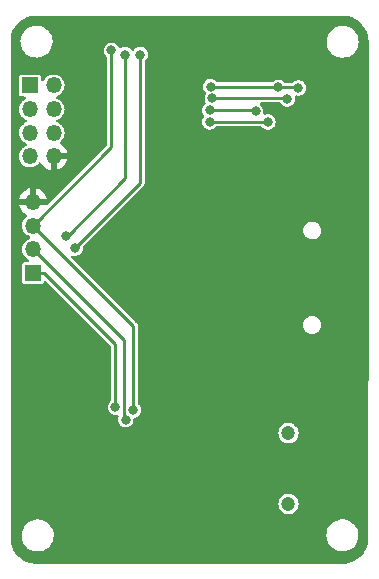
<source format=gbr>
%TF.GenerationSoftware,KiCad,Pcbnew,(6.0.0-rc1-323-gb9e66d8b98)*%
%TF.CreationDate,2021-12-29T00:01:45+08:00*%
%TF.ProjectId,AudioExtendBoard,41756469-6f45-4787-9465-6e64426f6172,rev?*%
%TF.SameCoordinates,Original*%
%TF.FileFunction,Copper,L2,Bot*%
%TF.FilePolarity,Positive*%
%FSLAX46Y46*%
G04 Gerber Fmt 4.6, Leading zero omitted, Abs format (unit mm)*
G04 Created by KiCad (PCBNEW (6.0.0-rc1-323-gb9e66d8b98)) date 2021-12-29 00:01:45*
%MOMM*%
%LPD*%
G01*
G04 APERTURE LIST*
%TA.AperFunction,WasherPad*%
%ADD10C,1.200000*%
%TD*%
%TA.AperFunction,ComponentPad*%
%ADD11R,1.350000X1.350000*%
%TD*%
%TA.AperFunction,ComponentPad*%
%ADD12O,1.350000X1.350000*%
%TD*%
%TA.AperFunction,ViaPad*%
%ADD13C,0.800000*%
%TD*%
%TA.AperFunction,ViaPad*%
%ADD14C,0.609600*%
%TD*%
%TA.AperFunction,Conductor*%
%ADD15C,0.250000*%
%TD*%
G04 APERTURE END LIST*
D10*
%TO.P,PHONE1,*%
%TO.N,*%
X188628500Y-114947500D03*
X188628500Y-120947500D03*
%TD*%
D11*
%TO.P,J2,1,Pin_1*%
%TO.N,/SD_MISO*%
X166740000Y-85520000D03*
D12*
%TO.P,J2,2,Pin_2*%
%TO.N,/SD_DET*%
X168740000Y-85520000D03*
%TO.P,J2,3,Pin_3*%
%TO.N,/SD_CLK*%
X166740000Y-87520000D03*
%TO.P,J2,4,Pin_4*%
%TO.N,/SD_MOSI*%
X168740000Y-87520000D03*
%TO.P,J2,5,Pin_5*%
%TO.N,+3.3VA*%
X166740000Y-89520000D03*
%TO.P,J2,6,Pin_6*%
%TO.N,/SD_CS*%
X168740000Y-89520000D03*
%TO.P,J2,7,Pin_7*%
%TO.N,unconnected-(J2-Pad7)*%
X166740000Y-91520000D03*
%TO.P,J2,8,Pin_8*%
%TO.N,GND*%
X168740000Y-91520000D03*
%TD*%
D11*
%TO.P,J3,1,Pin_1*%
%TO.N,/I2S_LCK*%
X167010000Y-101380000D03*
D12*
%TO.P,J3,2,Pin_2*%
%TO.N,/I2S_DIN*%
X167010000Y-99380000D03*
%TO.P,J3,3,Pin_3*%
%TO.N,/I2S_BCK*%
X167010000Y-97380000D03*
%TO.P,J3,4,Pin_4*%
%TO.N,GND*%
X167010000Y-95380000D03*
%TD*%
D13*
%TO.N,GND*%
X193370000Y-91080000D03*
D14*
X191262000Y-119380000D03*
X169164000Y-109982000D03*
D13*
X171701456Y-113084945D03*
D14*
X166370000Y-109728000D03*
X172974000Y-100330000D03*
X186944000Y-104902000D03*
D13*
X191370000Y-91080000D03*
D14*
X178308000Y-110236000D03*
D13*
X178940000Y-93940000D03*
X171200000Y-125100000D03*
D14*
X193802000Y-84836000D03*
X178308000Y-111506000D03*
X175490000Y-121390000D03*
D13*
X169040000Y-107850000D03*
D14*
X179578000Y-111506000D03*
X178054000Y-117602000D03*
D13*
X191980000Y-99940000D03*
X177690000Y-91770000D03*
X173200000Y-125100000D03*
D14*
X169164000Y-111506000D03*
X169418000Y-117602000D03*
X166370000Y-105664000D03*
X187198000Y-123698000D03*
X176210000Y-121740000D03*
D13*
X193980000Y-97940000D03*
X191980000Y-103940000D03*
X179690000Y-89770000D03*
D14*
X189738000Y-123698000D03*
X176784000Y-107188000D03*
X173290000Y-121340000D03*
X166370000Y-107696000D03*
D13*
X190280000Y-88990000D03*
X171890000Y-115680000D03*
X191980000Y-101940000D03*
X191980000Y-97940000D03*
X177690000Y-89770000D03*
X179690000Y-91770000D03*
X166360000Y-115990000D03*
D14*
X170180000Y-82296000D03*
D13*
X181820000Y-104060000D03*
D14*
X186944000Y-108458000D03*
D13*
X194280000Y-88990000D03*
D14*
X175990000Y-124180000D03*
X177080000Y-124240000D03*
D13*
X193980000Y-101940000D03*
X193980000Y-103940000D03*
X169200000Y-125100000D03*
D14*
X188468000Y-123698000D03*
X176530000Y-114554000D03*
D13*
X192280000Y-88990000D03*
D14*
X169164000Y-113030000D03*
D13*
X181690000Y-91770000D03*
D14*
X172974000Y-101854000D03*
X179578000Y-110236000D03*
D13*
X166360000Y-113990000D03*
D14*
X193802000Y-119380000D03*
X174930000Y-123800000D03*
X173250000Y-120380000D03*
D13*
X181690000Y-89770000D03*
X166360000Y-117990000D03*
D14*
X193802000Y-86360000D03*
X173530000Y-122350000D03*
D13*
X193980000Y-99940000D03*
D14*
X177220000Y-121800000D03*
X172974000Y-98552000D03*
X175300000Y-120440000D03*
X186944000Y-106680000D03*
X170180000Y-80772000D03*
X192532000Y-119380000D03*
X174130000Y-123230000D03*
D13*
X182020000Y-82490000D03*
%TO.N,/SD_MOSI*%
X181990111Y-87600490D03*
X185840000Y-87720000D03*
%TO.N,/SD_CLK*%
X186880000Y-88600000D03*
X181950000Y-88600000D03*
%TO.N,/SD_MISO*%
X189480000Y-85720000D03*
X187760000Y-85670000D03*
X182050000Y-85630000D03*
%TO.N,/SD_DET*%
X188520000Y-86650000D03*
X182185511Y-86620274D03*
%TO.N,/I2S_LCK*%
X170590000Y-99270000D03*
X173980831Y-112762381D03*
X176080000Y-82900000D03*
%TO.N,/I2S_DIN*%
X169770000Y-98240000D03*
X174800000Y-82910000D03*
X174850000Y-113800000D03*
%TO.N,/I2S_BCK*%
X175500000Y-113000000D03*
X173640000Y-82550000D03*
%TD*%
D15*
%TO.N,/I2S_BCK*%
X175500000Y-105870000D02*
X175500000Y-113000000D01*
X167010000Y-97380000D02*
X175500000Y-105870000D01*
%TO.N,/I2S_DIN*%
X174705332Y-113655332D02*
X174850000Y-113800000D01*
X167010000Y-99380000D02*
X174705332Y-107075332D01*
X174705332Y-107075332D02*
X174705332Y-113655332D01*
%TO.N,/I2S_LCK*%
X167935000Y-101380000D02*
X173980831Y-107425831D01*
X173980831Y-107425831D02*
X173980831Y-112762381D01*
X167010000Y-101380000D02*
X167935000Y-101380000D01*
%TO.N,/SD_MOSI*%
X185720490Y-87600490D02*
X185840000Y-87720000D01*
X181990111Y-87600490D02*
X185720490Y-87600490D01*
%TO.N,/SD_CLK*%
X181950000Y-88600000D02*
X186880000Y-88600000D01*
%TO.N,/SD_MISO*%
X182050000Y-85630000D02*
X187720000Y-85630000D01*
X187760000Y-85670000D02*
X189430000Y-85670000D01*
X187720000Y-85630000D02*
X187760000Y-85670000D01*
X189430000Y-85670000D02*
X189480000Y-85720000D01*
%TO.N,/SD_DET*%
X182225785Y-86580000D02*
X188450000Y-86580000D01*
X188590000Y-86580000D02*
X188520000Y-86650000D01*
X188450000Y-86580000D02*
X188520000Y-86650000D01*
X182185511Y-86620274D02*
X182225785Y-86580000D01*
%TO.N,/I2S_LCK*%
X176080000Y-93780000D02*
X170590000Y-99270000D01*
X176080000Y-82900000D02*
X176080000Y-93780000D01*
%TO.N,/I2S_DIN*%
X174800000Y-82910000D02*
X174800000Y-93370000D01*
X169930000Y-98240000D02*
X169770000Y-98240000D01*
X174800000Y-93370000D02*
X169930000Y-98240000D01*
%TO.N,/I2S_BCK*%
X173640000Y-90750000D02*
X167010000Y-97380000D01*
X173640000Y-82550000D02*
X173640000Y-90750000D01*
%TD*%
%TA.AperFunction,Conductor*%
%TO.N,GND*%
G36*
X182339360Y-79600316D02*
G01*
X193174900Y-79602745D01*
X193199446Y-79605165D01*
X193212335Y-79607729D01*
X193224507Y-79605308D01*
X193236915Y-79605308D01*
X193236915Y-79605640D01*
X193247751Y-79604904D01*
X193377012Y-79612755D01*
X193471336Y-79618484D01*
X193486501Y-79620333D01*
X193734172Y-79665911D01*
X193748995Y-79669580D01*
X193989324Y-79744796D01*
X194003596Y-79750232D01*
X194212527Y-79844700D01*
X194233064Y-79853986D01*
X194246576Y-79861112D01*
X194297405Y-79891994D01*
X194461793Y-79991872D01*
X194474345Y-80000582D01*
X194672155Y-80156428D01*
X194683560Y-80166593D01*
X194861054Y-80345235D01*
X194871143Y-80356704D01*
X195024052Y-80553378D01*
X195025710Y-80555511D01*
X195034336Y-80568114D01*
X195152684Y-80765764D01*
X195163705Y-80784170D01*
X195170745Y-80797729D01*
X195267618Y-81015708D01*
X195273018Y-81027860D01*
X195278362Y-81042165D01*
X195346022Y-81263340D01*
X195352028Y-81282973D01*
X195355603Y-81297823D01*
X195398634Y-81540433D01*
X195399584Y-81545788D01*
X195401335Y-81560963D01*
X195412507Y-81766805D01*
X195413474Y-81784631D01*
X195412668Y-81795461D01*
X195413000Y-81795463D01*
X195412920Y-81807873D01*
X195410420Y-81820028D01*
X195413118Y-81834062D01*
X195415382Y-81857873D01*
X195411231Y-97580592D01*
X195404316Y-123771363D01*
X195401896Y-123795904D01*
X195399331Y-123808802D01*
X195401752Y-123820974D01*
X195401752Y-123833382D01*
X195401420Y-123833382D01*
X195402156Y-123844218D01*
X195388576Y-124067803D01*
X195386727Y-124082968D01*
X195345756Y-124305609D01*
X195341150Y-124330636D01*
X195337480Y-124345462D01*
X195262519Y-124584975D01*
X195262265Y-124585788D01*
X195256828Y-124600063D01*
X195153466Y-124828665D01*
X195153074Y-124829531D01*
X195145948Y-124843043D01*
X195122583Y-124881499D01*
X195015188Y-125058260D01*
X195006478Y-125070812D01*
X194850632Y-125268622D01*
X194840467Y-125280027D01*
X194661825Y-125457521D01*
X194650356Y-125467610D01*
X194451544Y-125622180D01*
X194438946Y-125630803D01*
X194288576Y-125720841D01*
X194222890Y-125760172D01*
X194209331Y-125767212D01*
X193979194Y-125869487D01*
X193964895Y-125874829D01*
X193724084Y-125948496D01*
X193709237Y-125952070D01*
X193461270Y-125996051D01*
X193446097Y-125997802D01*
X193222427Y-126009941D01*
X193211599Y-126009135D01*
X193211597Y-126009467D01*
X193199187Y-126009387D01*
X193187032Y-126006887D01*
X193174849Y-126009229D01*
X193174846Y-126009229D01*
X193172964Y-126009591D01*
X193149170Y-126011856D01*
X179160651Y-126010896D01*
X167338634Y-126010085D01*
X167314064Y-126007664D01*
X167301204Y-126005106D01*
X167289032Y-126007527D01*
X167276624Y-126007527D01*
X167276624Y-126007195D01*
X167265788Y-126007931D01*
X167042203Y-125994351D01*
X167027038Y-125992502D01*
X167001459Y-125987795D01*
X166779367Y-125946924D01*
X166764544Y-125943255D01*
X166524215Y-125868039D01*
X166509941Y-125862602D01*
X166280475Y-125758849D01*
X166266961Y-125751722D01*
X166051746Y-125620963D01*
X166039194Y-125612253D01*
X165841384Y-125456407D01*
X165829979Y-125446242D01*
X165659472Y-125274632D01*
X165652484Y-125267599D01*
X165642394Y-125256129D01*
X165498316Y-125070812D01*
X165487826Y-125057319D01*
X165479200Y-125044716D01*
X165437969Y-124975856D01*
X165349834Y-124828665D01*
X165342794Y-124815106D01*
X165304275Y-124728432D01*
X165240519Y-124584969D01*
X165235175Y-124570664D01*
X165213365Y-124499366D01*
X165161510Y-124329859D01*
X165157935Y-124315008D01*
X165123162Y-124118953D01*
X165113955Y-124067045D01*
X165112204Y-124051870D01*
X165100065Y-123828202D01*
X165100871Y-123817374D01*
X165100539Y-123817372D01*
X165100619Y-123804962D01*
X165103119Y-123792807D01*
X165100412Y-123778723D01*
X165098148Y-123754948D01*
X165098143Y-123585609D01*
X166039942Y-123585609D01*
X166040239Y-123590761D01*
X166040239Y-123590765D01*
X166041663Y-123615450D01*
X166041856Y-123618804D01*
X166052758Y-123807890D01*
X166053895Y-123812936D01*
X166053896Y-123812942D01*
X166075964Y-123910864D01*
X166101707Y-124025093D01*
X166103649Y-124029875D01*
X166103650Y-124029879D01*
X166141704Y-124123595D01*
X166185473Y-124231384D01*
X166301807Y-124421224D01*
X166447585Y-124589515D01*
X166451560Y-124592815D01*
X166451563Y-124592818D01*
X166508320Y-124639938D01*
X166618892Y-124731737D01*
X166811127Y-124844070D01*
X166815947Y-124845910D01*
X166815952Y-124845913D01*
X166918991Y-124885259D01*
X167019128Y-124923497D01*
X167024196Y-124924528D01*
X167024199Y-124924529D01*
X167131049Y-124946268D01*
X167237308Y-124967887D01*
X167242481Y-124968077D01*
X167242484Y-124968077D01*
X167454644Y-124975856D01*
X167454648Y-124975856D01*
X167459808Y-124976045D01*
X167464928Y-124975389D01*
X167464930Y-124975389D01*
X167562342Y-124962910D01*
X167680653Y-124947754D01*
X167685602Y-124946269D01*
X167685608Y-124946268D01*
X167810808Y-124908706D01*
X167893912Y-124883774D01*
X168093858Y-124785821D01*
X168098062Y-124782823D01*
X168098066Y-124782820D01*
X168187831Y-124718791D01*
X168275121Y-124656528D01*
X168432832Y-124499366D01*
X168562758Y-124318555D01*
X168661408Y-124118953D01*
X168726132Y-123905918D01*
X168755194Y-123685173D01*
X168755429Y-123675545D01*
X168756734Y-123622169D01*
X168756734Y-123622165D01*
X168756816Y-123618804D01*
X168753023Y-123572663D01*
X191842968Y-123572663D01*
X191844882Y-123605858D01*
X191855784Y-123794944D01*
X191856921Y-123799990D01*
X191856922Y-123799996D01*
X191878990Y-123897918D01*
X191904733Y-124012147D01*
X191906675Y-124016929D01*
X191906676Y-124016933D01*
X191948102Y-124118953D01*
X191988499Y-124218438D01*
X192104833Y-124408278D01*
X192250611Y-124576569D01*
X192254586Y-124579869D01*
X192254589Y-124579872D01*
X192270183Y-124592818D01*
X192421918Y-124718791D01*
X192614153Y-124831124D01*
X192618973Y-124832964D01*
X192618978Y-124832967D01*
X192752031Y-124883774D01*
X192822154Y-124910551D01*
X192827222Y-124911582D01*
X192827225Y-124911583D01*
X192934075Y-124933322D01*
X193040334Y-124954941D01*
X193045507Y-124955131D01*
X193045510Y-124955131D01*
X193257670Y-124962910D01*
X193257674Y-124962910D01*
X193262834Y-124963099D01*
X193267954Y-124962443D01*
X193267956Y-124962443D01*
X193377491Y-124948411D01*
X193483679Y-124934808D01*
X193488628Y-124933323D01*
X193488634Y-124933322D01*
X193661369Y-124881499D01*
X193696938Y-124870828D01*
X193896884Y-124772875D01*
X193901088Y-124769877D01*
X193901092Y-124769874D01*
X193986190Y-124709174D01*
X194078147Y-124643582D01*
X194235858Y-124486420D01*
X194365784Y-124305609D01*
X194418371Y-124199208D01*
X194462140Y-124110649D01*
X194462141Y-124110647D01*
X194464434Y-124106007D01*
X194529158Y-123892972D01*
X194558220Y-123672227D01*
X194558302Y-123668877D01*
X194559760Y-123609223D01*
X194559760Y-123609219D01*
X194559842Y-123605858D01*
X194543086Y-123402054D01*
X194542022Y-123389108D01*
X194542021Y-123389102D01*
X194541598Y-123383957D01*
X194487358Y-123168015D01*
X194398576Y-122963832D01*
X194277638Y-122776890D01*
X194265713Y-122763784D01*
X194131270Y-122616034D01*
X194131268Y-122616033D01*
X194127792Y-122612212D01*
X194123741Y-122609013D01*
X194123737Y-122609009D01*
X193957120Y-122477423D01*
X193953062Y-122474218D01*
X193758140Y-122366615D01*
X193644485Y-122326368D01*
X193553136Y-122294019D01*
X193553132Y-122294018D01*
X193548261Y-122292293D01*
X193543168Y-122291386D01*
X193543165Y-122291385D01*
X193334150Y-122254154D01*
X193334144Y-122254153D01*
X193329061Y-122253248D01*
X193255174Y-122252345D01*
X193111598Y-122250591D01*
X193111596Y-122250591D01*
X193106428Y-122250528D01*
X192886340Y-122284206D01*
X192674708Y-122353378D01*
X192670120Y-122355766D01*
X192670116Y-122355768D01*
X192481804Y-122453797D01*
X192477215Y-122456186D01*
X192473082Y-122459289D01*
X192473079Y-122459291D01*
X192303300Y-122586765D01*
X192299165Y-122589870D01*
X192145340Y-122750838D01*
X192142426Y-122755110D01*
X192142425Y-122755111D01*
X192022790Y-122930489D01*
X192022787Y-122930494D01*
X192019871Y-122934769D01*
X191926128Y-123136722D01*
X191866627Y-123351274D01*
X191866078Y-123356408D01*
X191866078Y-123356410D01*
X191864695Y-123369356D01*
X191842968Y-123572663D01*
X168753023Y-123572663D01*
X168742355Y-123442911D01*
X168738996Y-123402054D01*
X168738995Y-123402048D01*
X168738572Y-123396903D01*
X168684332Y-123180961D01*
X168595550Y-122976778D01*
X168474612Y-122789836D01*
X168450907Y-122763784D01*
X168328244Y-122628980D01*
X168328242Y-122628979D01*
X168324766Y-122625158D01*
X168320715Y-122621959D01*
X168320711Y-122621955D01*
X168154094Y-122490369D01*
X168150036Y-122487164D01*
X167955114Y-122379561D01*
X167841459Y-122339314D01*
X167750110Y-122306965D01*
X167750106Y-122306964D01*
X167745235Y-122305239D01*
X167740142Y-122304332D01*
X167740139Y-122304331D01*
X167531124Y-122267100D01*
X167531118Y-122267099D01*
X167526035Y-122266194D01*
X167452148Y-122265291D01*
X167308572Y-122263537D01*
X167308570Y-122263537D01*
X167303402Y-122263474D01*
X167083314Y-122297152D01*
X166871682Y-122366324D01*
X166867094Y-122368712D01*
X166867090Y-122368714D01*
X166703647Y-122453797D01*
X166674189Y-122469132D01*
X166670056Y-122472235D01*
X166670053Y-122472237D01*
X166500274Y-122599711D01*
X166496139Y-122602816D01*
X166471136Y-122628980D01*
X166354686Y-122750838D01*
X166342314Y-122763784D01*
X166339400Y-122768056D01*
X166339399Y-122768057D01*
X166219764Y-122943435D01*
X166219761Y-122943440D01*
X166216845Y-122947715D01*
X166203179Y-122977157D01*
X166131291Y-123132027D01*
X166123102Y-123149668D01*
X166063601Y-123364220D01*
X166039942Y-123585609D01*
X165098143Y-123585609D01*
X165098065Y-120947500D01*
X187769293Y-120947500D01*
X187788069Y-121126139D01*
X187843575Y-121296971D01*
X187933387Y-121452529D01*
X188053578Y-121586015D01*
X188198896Y-121691595D01*
X188204924Y-121694279D01*
X188204926Y-121694280D01*
X188356959Y-121761969D01*
X188362990Y-121764654D01*
X188450839Y-121783327D01*
X188532231Y-121800628D01*
X188532236Y-121800628D01*
X188538688Y-121802000D01*
X188718312Y-121802000D01*
X188724764Y-121800628D01*
X188724769Y-121800628D01*
X188806161Y-121783327D01*
X188894010Y-121764654D01*
X188900041Y-121761969D01*
X189052074Y-121694280D01*
X189052076Y-121694279D01*
X189058104Y-121691595D01*
X189203422Y-121586015D01*
X189323613Y-121452529D01*
X189413425Y-121296971D01*
X189468931Y-121126139D01*
X189487707Y-120947500D01*
X189468931Y-120768861D01*
X189413425Y-120598029D01*
X189323613Y-120442471D01*
X189203422Y-120308985D01*
X189058104Y-120203405D01*
X189052076Y-120200721D01*
X189052074Y-120200720D01*
X188900041Y-120133031D01*
X188900040Y-120133031D01*
X188894010Y-120130346D01*
X188806161Y-120111673D01*
X188724769Y-120094372D01*
X188724764Y-120094372D01*
X188718312Y-120093000D01*
X188538688Y-120093000D01*
X188532236Y-120094372D01*
X188532231Y-120094372D01*
X188450839Y-120111673D01*
X188362990Y-120130346D01*
X188356960Y-120133031D01*
X188356959Y-120133031D01*
X188204927Y-120200720D01*
X188204925Y-120200721D01*
X188198897Y-120203405D01*
X188193556Y-120207285D01*
X188193555Y-120207286D01*
X188058922Y-120305102D01*
X188058920Y-120305104D01*
X188053578Y-120308985D01*
X187933387Y-120442471D01*
X187843575Y-120598029D01*
X187788069Y-120768861D01*
X187769293Y-120947500D01*
X165098065Y-120947500D01*
X165097886Y-114947500D01*
X187769293Y-114947500D01*
X187788069Y-115126139D01*
X187843575Y-115296971D01*
X187933387Y-115452529D01*
X188053578Y-115586015D01*
X188198896Y-115691595D01*
X188204924Y-115694279D01*
X188204926Y-115694280D01*
X188356959Y-115761969D01*
X188362990Y-115764654D01*
X188450839Y-115783327D01*
X188532231Y-115800628D01*
X188532236Y-115800628D01*
X188538688Y-115802000D01*
X188718312Y-115802000D01*
X188724764Y-115800628D01*
X188724769Y-115800628D01*
X188806161Y-115783327D01*
X188894010Y-115764654D01*
X188900041Y-115761969D01*
X189052074Y-115694280D01*
X189052076Y-115694279D01*
X189058104Y-115691595D01*
X189203422Y-115586015D01*
X189323613Y-115452529D01*
X189413425Y-115296971D01*
X189468931Y-115126139D01*
X189487707Y-114947500D01*
X189468931Y-114768861D01*
X189413425Y-114598029D01*
X189323613Y-114442471D01*
X189305203Y-114422024D01*
X189207844Y-114313896D01*
X189207843Y-114313895D01*
X189203422Y-114308985D01*
X189123894Y-114251204D01*
X189063446Y-114207286D01*
X189063445Y-114207285D01*
X189058104Y-114203405D01*
X189052076Y-114200721D01*
X189052074Y-114200720D01*
X188900041Y-114133031D01*
X188900040Y-114133031D01*
X188894010Y-114130346D01*
X188800977Y-114110571D01*
X188724769Y-114094372D01*
X188724764Y-114094372D01*
X188718312Y-114093000D01*
X188538688Y-114093000D01*
X188532236Y-114094372D01*
X188532231Y-114094372D01*
X188456023Y-114110571D01*
X188362990Y-114130346D01*
X188356960Y-114133031D01*
X188356959Y-114133031D01*
X188204927Y-114200720D01*
X188204925Y-114200721D01*
X188198897Y-114203405D01*
X188193556Y-114207285D01*
X188193555Y-114207286D01*
X188058922Y-114305102D01*
X188058920Y-114305104D01*
X188053578Y-114308985D01*
X188049157Y-114313895D01*
X188049156Y-114313896D01*
X187951798Y-114422024D01*
X187933387Y-114442471D01*
X187843575Y-114598029D01*
X187788069Y-114768861D01*
X187769293Y-114947500D01*
X165097886Y-114947500D01*
X165097534Y-103155062D01*
X165097310Y-95646962D01*
X165857158Y-95646962D01*
X165888656Y-95770985D01*
X165892497Y-95781832D01*
X165978685Y-95968789D01*
X165984436Y-95978750D01*
X166103254Y-96146873D01*
X166110720Y-96155615D01*
X166258191Y-96299275D01*
X166267124Y-96306509D01*
X166438299Y-96420884D01*
X166440474Y-96422065D01*
X166441307Y-96422894D01*
X166443103Y-96424094D01*
X166442867Y-96424447D01*
X166490796Y-96472148D01*
X166506052Y-96541486D01*
X166481399Y-96608065D01*
X166454413Y-96634732D01*
X166384617Y-96685442D01*
X166253877Y-96830644D01*
X166250576Y-96836362D01*
X166160243Y-96992823D01*
X166156182Y-96999856D01*
X166095804Y-97185682D01*
X166095114Y-97192245D01*
X166095114Y-97192246D01*
X166081473Y-97322033D01*
X166075380Y-97380000D01*
X166095804Y-97574318D01*
X166097843Y-97580592D01*
X166097844Y-97580597D01*
X166110735Y-97620271D01*
X166156182Y-97760144D01*
X166159485Y-97765866D01*
X166159486Y-97765867D01*
X166189123Y-97817200D01*
X166253877Y-97929356D01*
X166384617Y-98074558D01*
X166389959Y-98078439D01*
X166389961Y-98078441D01*
X166486988Y-98148935D01*
X166542690Y-98189405D01*
X166548719Y-98192089D01*
X166548722Y-98192091D01*
X166712241Y-98264893D01*
X166766337Y-98310873D01*
X166786987Y-98378800D01*
X166767635Y-98447108D01*
X166712241Y-98495107D01*
X166548722Y-98567909D01*
X166548719Y-98567911D01*
X166542690Y-98570595D01*
X166537349Y-98574475D01*
X166537348Y-98574476D01*
X166430587Y-98652043D01*
X166384617Y-98685442D01*
X166253877Y-98830644D01*
X166156182Y-98999856D01*
X166095804Y-99185682D01*
X166095114Y-99192245D01*
X166095114Y-99192246D01*
X166088459Y-99255565D01*
X166075380Y-99380000D01*
X166095804Y-99574318D01*
X166156182Y-99760144D01*
X166159485Y-99765866D01*
X166159486Y-99765867D01*
X166183476Y-99807419D01*
X166253877Y-99929356D01*
X166258295Y-99934263D01*
X166258296Y-99934264D01*
X166380195Y-100069647D01*
X166384617Y-100074558D01*
X166542690Y-100189405D01*
X166587587Y-100209394D01*
X166641683Y-100255374D01*
X166662332Y-100323302D01*
X166642980Y-100391610D01*
X166589769Y-100438611D01*
X166536339Y-100450501D01*
X166309934Y-100450501D01*
X166274182Y-100457612D01*
X166247874Y-100462844D01*
X166247872Y-100462845D01*
X166235699Y-100465266D01*
X166225379Y-100472161D01*
X166225378Y-100472162D01*
X166164985Y-100512516D01*
X166151516Y-100521516D01*
X166095266Y-100605699D01*
X166080500Y-100679933D01*
X166080501Y-102080066D01*
X166095266Y-102154301D01*
X166151516Y-102238484D01*
X166235699Y-102294734D01*
X166309933Y-102309500D01*
X167009886Y-102309500D01*
X167710066Y-102309499D01*
X167745818Y-102302388D01*
X167772126Y-102297156D01*
X167772128Y-102297155D01*
X167784301Y-102294734D01*
X167794621Y-102287839D01*
X167794622Y-102287838D01*
X167858168Y-102245377D01*
X167868484Y-102238484D01*
X167924734Y-102154301D01*
X167925966Y-102148107D01*
X167967867Y-102096111D01*
X168035231Y-102073691D01*
X168104022Y-102091250D01*
X168128822Y-102110516D01*
X173564426Y-107546120D01*
X173598452Y-107608432D01*
X173601331Y-107635215D01*
X173601331Y-112167568D01*
X173581329Y-112235689D01*
X173558161Y-112262516D01*
X173490870Y-112321219D01*
X173399781Y-112450825D01*
X173342237Y-112598418D01*
X173341245Y-112605951D01*
X173341245Y-112605952D01*
X173328647Y-112701649D01*
X173321560Y-112755477D01*
X173338944Y-112912934D01*
X173393384Y-113061700D01*
X173481739Y-113193186D01*
X173598907Y-113299800D01*
X173738124Y-113375389D01*
X173891353Y-113415588D01*
X173975308Y-113416907D01*
X174042150Y-113417957D01*
X174042153Y-113417957D01*
X174049747Y-113418076D01*
X174088602Y-113409177D01*
X174159468Y-113413466D01*
X174216766Y-113455388D01*
X174242304Y-113521632D01*
X174234124Y-113577766D01*
X174214167Y-113628954D01*
X174214166Y-113628958D01*
X174211406Y-113636037D01*
X174210414Y-113643570D01*
X174210414Y-113643571D01*
X174191729Y-113785503D01*
X174190729Y-113793096D01*
X174208113Y-113950553D01*
X174262553Y-114099319D01*
X174266789Y-114105622D01*
X174266789Y-114105623D01*
X174285207Y-114133031D01*
X174350908Y-114230805D01*
X174356527Y-114235918D01*
X174356528Y-114235919D01*
X174367903Y-114246269D01*
X174468076Y-114337419D01*
X174607293Y-114413008D01*
X174760522Y-114453207D01*
X174844477Y-114454526D01*
X174911319Y-114455576D01*
X174911322Y-114455576D01*
X174918916Y-114455695D01*
X175073332Y-114420329D01*
X175143742Y-114384917D01*
X175208072Y-114352563D01*
X175208075Y-114352561D01*
X175214855Y-114349151D01*
X175220626Y-114344222D01*
X175220629Y-114344220D01*
X175329536Y-114251204D01*
X175329536Y-114251203D01*
X175335314Y-114246269D01*
X175427755Y-114117624D01*
X175486842Y-113970641D01*
X175509162Y-113813807D01*
X175509307Y-113800000D01*
X175507552Y-113785500D01*
X175519224Y-113715472D01*
X175566904Y-113662869D01*
X175604510Y-113647543D01*
X175715927Y-113622025D01*
X175723332Y-113620329D01*
X175807960Y-113577766D01*
X175858072Y-113552563D01*
X175858075Y-113552561D01*
X175864855Y-113549151D01*
X175870626Y-113544222D01*
X175870629Y-113544220D01*
X175979536Y-113451204D01*
X175979536Y-113451203D01*
X175985314Y-113446269D01*
X176077755Y-113317624D01*
X176136842Y-113170641D01*
X176159162Y-113013807D01*
X176159307Y-113000000D01*
X176140276Y-112842733D01*
X176084280Y-112694546D01*
X176023391Y-112605952D01*
X175998855Y-112570251D01*
X175998854Y-112570249D01*
X175994553Y-112563992D01*
X175921681Y-112499065D01*
X175884126Y-112438816D01*
X175879500Y-112404989D01*
X175879500Y-105923920D01*
X175882049Y-105899972D01*
X175882128Y-105898307D01*
X175884320Y-105888124D01*
X175880373Y-105854777D01*
X175880023Y-105848846D01*
X175879928Y-105848854D01*
X175879500Y-105843676D01*
X175879500Y-105838476D01*
X175878646Y-105833344D01*
X175876331Y-105819435D01*
X175875494Y-105813557D01*
X175872043Y-105784399D01*
X189877800Y-105784399D01*
X189894318Y-105952862D01*
X189947748Y-106113479D01*
X190035435Y-106258267D01*
X190040326Y-106263332D01*
X190040327Y-106263333D01*
X190064062Y-106287911D01*
X190153021Y-106380031D01*
X190294660Y-106472717D01*
X190453315Y-106531720D01*
X190460296Y-106532651D01*
X190460298Y-106532652D01*
X190614118Y-106553176D01*
X190614122Y-106553176D01*
X190621099Y-106554107D01*
X190628110Y-106553469D01*
X190628114Y-106553469D01*
X190782652Y-106539405D01*
X190789673Y-106538766D01*
X190950659Y-106486458D01*
X191096056Y-106399784D01*
X191218638Y-106283052D01*
X191222539Y-106277181D01*
X191308410Y-106147935D01*
X191308411Y-106147933D01*
X191312311Y-106142063D01*
X191372420Y-105983824D01*
X191387323Y-105877783D01*
X191395427Y-105820123D01*
X191395427Y-105820118D01*
X191395978Y-105816200D01*
X191396274Y-105795000D01*
X191379392Y-105644492D01*
X191378191Y-105633780D01*
X191378190Y-105633777D01*
X191377406Y-105626784D01*
X191321738Y-105466929D01*
X191232038Y-105323379D01*
X191112764Y-105203269D01*
X190969844Y-105112569D01*
X190942442Y-105102812D01*
X190817016Y-105058149D01*
X190817011Y-105058148D01*
X190810381Y-105055787D01*
X190803395Y-105054954D01*
X190803391Y-105054953D01*
X190684287Y-105040751D01*
X190642301Y-105035745D01*
X190635298Y-105036481D01*
X190635297Y-105036481D01*
X190480965Y-105052701D01*
X190480961Y-105052702D01*
X190473957Y-105053438D01*
X190467286Y-105055709D01*
X190320387Y-105105717D01*
X190320384Y-105105718D01*
X190313717Y-105107988D01*
X190307719Y-105111678D01*
X190307717Y-105111679D01*
X190175543Y-105192993D01*
X190175541Y-105192995D01*
X190169544Y-105196684D01*
X190048605Y-105315117D01*
X189956909Y-105457400D01*
X189954498Y-105464025D01*
X189901425Y-105609840D01*
X189901424Y-105609845D01*
X189899015Y-105616463D01*
X189877800Y-105784399D01*
X175872043Y-105784399D01*
X175870694Y-105772999D01*
X175870694Y-105772998D01*
X175869470Y-105762659D01*
X175865507Y-105754407D01*
X175864004Y-105745374D01*
X175839665Y-105700266D01*
X175836969Y-105694975D01*
X175818215Y-105655918D01*
X175818212Y-105655914D01*
X175814781Y-105648768D01*
X175811186Y-105644492D01*
X175809263Y-105642569D01*
X175807491Y-105640637D01*
X175807448Y-105640558D01*
X175807572Y-105640445D01*
X175807096Y-105639905D01*
X175804010Y-105634186D01*
X175764413Y-105597583D01*
X175760848Y-105594154D01*
X170272925Y-100106231D01*
X170238899Y-100043919D01*
X170243964Y-99973104D01*
X170286511Y-99916268D01*
X170353031Y-99891457D01*
X170393993Y-99895260D01*
X170493171Y-99921279D01*
X170493175Y-99921280D01*
X170500522Y-99923207D01*
X170584477Y-99924526D01*
X170651319Y-99925576D01*
X170651322Y-99925576D01*
X170658916Y-99925695D01*
X170813332Y-99890329D01*
X170883742Y-99854917D01*
X170948072Y-99822563D01*
X170948075Y-99822561D01*
X170954855Y-99819151D01*
X170960626Y-99814222D01*
X170960629Y-99814220D01*
X171069536Y-99721204D01*
X171069536Y-99721203D01*
X171075314Y-99716269D01*
X171167755Y-99587624D01*
X171226842Y-99440641D01*
X171235472Y-99380000D01*
X171248581Y-99287891D01*
X171248581Y-99287888D01*
X171249162Y-99283807D01*
X171249307Y-99270000D01*
X171243437Y-99221496D01*
X171255109Y-99151468D01*
X171279429Y-99117265D01*
X172611296Y-97785399D01*
X189874800Y-97785399D01*
X189891318Y-97953862D01*
X189944748Y-98114479D01*
X189948397Y-98120504D01*
X190021158Y-98240646D01*
X190032435Y-98259267D01*
X190037326Y-98264332D01*
X190037327Y-98264333D01*
X190061062Y-98288911D01*
X190150021Y-98381031D01*
X190291660Y-98473717D01*
X190450315Y-98532720D01*
X190457296Y-98533651D01*
X190457298Y-98533652D01*
X190611118Y-98554176D01*
X190611122Y-98554176D01*
X190618099Y-98555107D01*
X190625110Y-98554469D01*
X190625114Y-98554469D01*
X190779652Y-98540405D01*
X190786673Y-98539766D01*
X190947659Y-98487458D01*
X191093056Y-98400784D01*
X191215638Y-98284052D01*
X191225721Y-98268876D01*
X191305410Y-98148935D01*
X191305411Y-98148933D01*
X191309311Y-98143063D01*
X191369420Y-97984824D01*
X191392978Y-97817200D01*
X191393274Y-97796000D01*
X191374406Y-97627784D01*
X191318738Y-97467929D01*
X191229038Y-97324379D01*
X191109764Y-97204269D01*
X191070590Y-97179408D01*
X191055245Y-97169670D01*
X190966844Y-97113569D01*
X190939442Y-97103812D01*
X190814016Y-97059149D01*
X190814011Y-97059148D01*
X190807381Y-97056787D01*
X190800395Y-97055954D01*
X190800391Y-97055953D01*
X190681287Y-97041751D01*
X190639301Y-97036745D01*
X190632298Y-97037481D01*
X190632297Y-97037481D01*
X190477965Y-97053701D01*
X190477961Y-97053702D01*
X190470957Y-97054438D01*
X190464286Y-97056709D01*
X190317387Y-97106717D01*
X190317384Y-97106718D01*
X190310717Y-97108988D01*
X190304719Y-97112678D01*
X190304717Y-97112679D01*
X190172543Y-97193993D01*
X190172541Y-97193995D01*
X190166544Y-97197684D01*
X190045605Y-97316117D01*
X189953909Y-97458400D01*
X189951498Y-97465025D01*
X189898425Y-97610840D01*
X189898424Y-97610845D01*
X189896015Y-97617463D01*
X189874800Y-97785399D01*
X172611296Y-97785399D01*
X173788630Y-96608065D01*
X176310219Y-94086476D01*
X176328961Y-94071339D01*
X176330190Y-94070221D01*
X176338940Y-94064571D01*
X176359729Y-94038200D01*
X176363676Y-94033759D01*
X176363603Y-94033697D01*
X176366963Y-94029732D01*
X176370638Y-94026057D01*
X176373655Y-94021835D01*
X176373660Y-94021829D01*
X176381862Y-94010350D01*
X176385428Y-94005600D01*
X176410711Y-93973528D01*
X176417156Y-93965353D01*
X176420189Y-93956716D01*
X176425513Y-93949266D01*
X176440202Y-93900151D01*
X176442034Y-93894514D01*
X176456390Y-93853633D01*
X176456390Y-93853632D01*
X176459018Y-93846149D01*
X176459500Y-93840584D01*
X176459500Y-93837876D01*
X176459614Y-93835242D01*
X176459643Y-93835144D01*
X176459807Y-93835151D01*
X176459851Y-93834447D01*
X176461713Y-93828222D01*
X176459597Y-93774365D01*
X176459500Y-93769418D01*
X176459500Y-88593096D01*
X181290729Y-88593096D01*
X181308113Y-88750553D01*
X181362553Y-88899319D01*
X181450908Y-89030805D01*
X181456525Y-89035916D01*
X181456528Y-89035919D01*
X181467903Y-89046269D01*
X181568076Y-89137419D01*
X181707293Y-89213008D01*
X181860522Y-89253207D01*
X181944477Y-89254526D01*
X182011319Y-89255576D01*
X182011322Y-89255576D01*
X182018916Y-89255695D01*
X182173332Y-89220329D01*
X182243742Y-89184917D01*
X182308072Y-89152563D01*
X182308075Y-89152561D01*
X182314855Y-89149151D01*
X182320626Y-89144222D01*
X182320629Y-89144220D01*
X182429542Y-89051199D01*
X182429543Y-89051198D01*
X182435314Y-89046269D01*
X182445586Y-89031974D01*
X182501581Y-88988326D01*
X182547909Y-88979500D01*
X186280141Y-88979500D01*
X186348262Y-88999502D01*
X186375522Y-89023169D01*
X186376671Y-89024500D01*
X186380908Y-89030805D01*
X186498076Y-89137419D01*
X186637293Y-89213008D01*
X186790522Y-89253207D01*
X186874477Y-89254526D01*
X186941319Y-89255576D01*
X186941322Y-89255576D01*
X186948916Y-89255695D01*
X187103332Y-89220329D01*
X187173742Y-89184917D01*
X187238072Y-89152563D01*
X187238075Y-89152561D01*
X187244855Y-89149151D01*
X187250626Y-89144222D01*
X187250629Y-89144220D01*
X187359536Y-89051204D01*
X187359536Y-89051203D01*
X187365314Y-89046269D01*
X187457755Y-88917624D01*
X187516842Y-88770641D01*
X187539162Y-88613807D01*
X187539307Y-88600000D01*
X187520276Y-88442733D01*
X187464280Y-88294546D01*
X187374553Y-88163992D01*
X187256275Y-88058611D01*
X187248889Y-88054700D01*
X187122988Y-87988039D01*
X187122989Y-87988039D01*
X187116274Y-87984484D01*
X186962633Y-87945892D01*
X186955034Y-87945852D01*
X186955033Y-87945852D01*
X186889181Y-87945507D01*
X186804221Y-87945062D01*
X186796841Y-87946834D01*
X186796839Y-87946834D01*
X186657568Y-87980270D01*
X186657566Y-87980271D01*
X186650184Y-87982043D01*
X186649080Y-87982613D01*
X186580962Y-87987423D01*
X186518681Y-87953342D01*
X186484712Y-87890999D01*
X186483114Y-87846575D01*
X186498581Y-87737894D01*
X186498582Y-87737884D01*
X186499162Y-87733807D01*
X186499307Y-87720000D01*
X186498620Y-87714318D01*
X186484923Y-87601136D01*
X186480276Y-87562733D01*
X186424280Y-87414546D01*
X186358890Y-87319403D01*
X186338855Y-87290251D01*
X186338854Y-87290249D01*
X186334553Y-87283992D01*
X186306935Y-87259385D01*
X186281663Y-87236870D01*
X186217359Y-87179577D01*
X186179804Y-87119327D01*
X186180783Y-87048337D01*
X186219987Y-86989146D01*
X186284969Y-86960547D01*
X186301178Y-86959500D01*
X187872258Y-86959500D01*
X187940379Y-86979502D01*
X187976839Y-87015224D01*
X188020908Y-87080805D01*
X188138076Y-87187419D01*
X188277293Y-87263008D01*
X188430522Y-87303207D01*
X188514477Y-87304526D01*
X188581319Y-87305576D01*
X188581322Y-87305576D01*
X188588916Y-87305695D01*
X188743332Y-87270329D01*
X188841433Y-87220990D01*
X188878072Y-87202563D01*
X188878075Y-87202561D01*
X188884855Y-87199151D01*
X188890626Y-87194222D01*
X188890629Y-87194220D01*
X188999536Y-87101204D01*
X188999536Y-87101203D01*
X189005314Y-87096269D01*
X189097755Y-86967624D01*
X189156842Y-86820641D01*
X189172885Y-86707911D01*
X189178581Y-86667891D01*
X189178581Y-86667888D01*
X189179162Y-86663807D01*
X189179307Y-86650000D01*
X189160276Y-86492733D01*
X189163154Y-86492385D01*
X189165720Y-86434911D01*
X189206729Y-86376956D01*
X189272561Y-86350372D01*
X189316886Y-86353889D01*
X189390522Y-86373207D01*
X189474477Y-86374526D01*
X189541319Y-86375576D01*
X189541322Y-86375576D01*
X189548916Y-86375695D01*
X189703332Y-86340329D01*
X189778545Y-86302501D01*
X189838072Y-86272563D01*
X189838075Y-86272561D01*
X189844855Y-86269151D01*
X189850626Y-86264222D01*
X189850629Y-86264220D01*
X189959536Y-86171204D01*
X189959536Y-86171203D01*
X189965314Y-86166269D01*
X190057755Y-86037624D01*
X190116842Y-85890641D01*
X190139162Y-85733807D01*
X190139307Y-85720000D01*
X190138620Y-85714318D01*
X190128494Y-85630646D01*
X190120276Y-85562733D01*
X190064280Y-85414546D01*
X189974553Y-85283992D01*
X189856275Y-85178611D01*
X189848889Y-85174700D01*
X189722988Y-85108039D01*
X189722989Y-85108039D01*
X189716274Y-85104484D01*
X189562633Y-85065892D01*
X189555034Y-85065852D01*
X189555033Y-85065852D01*
X189489181Y-85065507D01*
X189404221Y-85065062D01*
X189396841Y-85066834D01*
X189396839Y-85066834D01*
X189257563Y-85100271D01*
X189257560Y-85100272D01*
X189250184Y-85102043D01*
X189109414Y-85174700D01*
X189103695Y-85179689D01*
X189012265Y-85259449D01*
X188947783Y-85289157D01*
X188929435Y-85290500D01*
X188359682Y-85290500D01*
X188291561Y-85270498D01*
X188265114Y-85244860D01*
X188263878Y-85245949D01*
X188258855Y-85240251D01*
X188254553Y-85233992D01*
X188136275Y-85128611D01*
X188128889Y-85124700D01*
X188002988Y-85058039D01*
X188002989Y-85058039D01*
X187996274Y-85054484D01*
X187842633Y-85015892D01*
X187835034Y-85015852D01*
X187835033Y-85015852D01*
X187769181Y-85015507D01*
X187684221Y-85015062D01*
X187676841Y-85016834D01*
X187676839Y-85016834D01*
X187537563Y-85050271D01*
X187537560Y-85050272D01*
X187530184Y-85052043D01*
X187389414Y-85124700D01*
X187297526Y-85204860D01*
X187280802Y-85219449D01*
X187216320Y-85249157D01*
X187197972Y-85250500D01*
X182649682Y-85250500D01*
X182581561Y-85230498D01*
X182555114Y-85204860D01*
X182553878Y-85205949D01*
X182548855Y-85200251D01*
X182544553Y-85193992D01*
X182426275Y-85088611D01*
X182418889Y-85084700D01*
X182361821Y-85054484D01*
X182286274Y-85014484D01*
X182132633Y-84975892D01*
X182125034Y-84975852D01*
X182125033Y-84975852D01*
X182059181Y-84975507D01*
X181974221Y-84975062D01*
X181966841Y-84976834D01*
X181966839Y-84976834D01*
X181827563Y-85010271D01*
X181827560Y-85010272D01*
X181820184Y-85012043D01*
X181679414Y-85084700D01*
X181560039Y-85188838D01*
X181468950Y-85318444D01*
X181411406Y-85466037D01*
X181410414Y-85473570D01*
X181410414Y-85473571D01*
X181404302Y-85520000D01*
X181390729Y-85623096D01*
X181391563Y-85630646D01*
X181402497Y-85729682D01*
X181408113Y-85780553D01*
X181410723Y-85787684D01*
X181410723Y-85787686D01*
X181451877Y-85900144D01*
X181462553Y-85929319D01*
X181466789Y-85935622D01*
X181466789Y-85935623D01*
X181530592Y-86030571D01*
X181550908Y-86060805D01*
X181556527Y-86065918D01*
X181556528Y-86065919D01*
X181607684Y-86112467D01*
X181644607Y-86173108D01*
X181642884Y-86244083D01*
X181625972Y-86278112D01*
X181604461Y-86308718D01*
X181580070Y-86371279D01*
X181550044Y-86448291D01*
X181546917Y-86456311D01*
X181545925Y-86463844D01*
X181545925Y-86463845D01*
X181528865Y-86593432D01*
X181526240Y-86613370D01*
X181534767Y-86690606D01*
X181537403Y-86714476D01*
X181543624Y-86770827D01*
X181598064Y-86919593D01*
X181602304Y-86925903D01*
X181605749Y-86932664D01*
X181604249Y-86933429D01*
X181622875Y-86992383D01*
X181604268Y-87060898D01*
X181579730Y-87089905D01*
X181505876Y-87154332D01*
X181505872Y-87154336D01*
X181500150Y-87159328D01*
X181409061Y-87288934D01*
X181380289Y-87362731D01*
X181357318Y-87421649D01*
X181351517Y-87436527D01*
X181350525Y-87444060D01*
X181350525Y-87444061D01*
X181334902Y-87562733D01*
X181330840Y-87593586D01*
X181331674Y-87601136D01*
X181346211Y-87732806D01*
X181348224Y-87751043D01*
X181402664Y-87899809D01*
X181406899Y-87906112D01*
X181406903Y-87906119D01*
X181472575Y-88003848D01*
X181493968Y-88071545D01*
X181475364Y-88140061D01*
X181463745Y-88155605D01*
X181460039Y-88158838D01*
X181368950Y-88288444D01*
X181366190Y-88295524D01*
X181321996Y-88408876D01*
X181311406Y-88436037D01*
X181310414Y-88443570D01*
X181310414Y-88443571D01*
X181309634Y-88449500D01*
X181290729Y-88593096D01*
X176459500Y-88593096D01*
X176459500Y-83494730D01*
X176479502Y-83426609D01*
X176503669Y-83398919D01*
X176559536Y-83351204D01*
X176565314Y-83346269D01*
X176657755Y-83217624D01*
X176716842Y-83070641D01*
X176730432Y-82975149D01*
X176738581Y-82917891D01*
X176738581Y-82917888D01*
X176739162Y-82913807D01*
X176739307Y-82900000D01*
X176720276Y-82742733D01*
X176664280Y-82594546D01*
X176650712Y-82574805D01*
X176578855Y-82470251D01*
X176578854Y-82470249D01*
X176574553Y-82463992D01*
X176456275Y-82358611D01*
X176448889Y-82354700D01*
X176336509Y-82295198D01*
X176316274Y-82284484D01*
X176162633Y-82245892D01*
X176155034Y-82245852D01*
X176155033Y-82245852D01*
X176089181Y-82245507D01*
X176004221Y-82245062D01*
X175996841Y-82246834D01*
X175996839Y-82246834D01*
X175857563Y-82280271D01*
X175857560Y-82280272D01*
X175850184Y-82282043D01*
X175709414Y-82354700D01*
X175590039Y-82458838D01*
X175585672Y-82465051D01*
X175585667Y-82465057D01*
X175539621Y-82530573D01*
X175484087Y-82574805D01*
X175413454Y-82581990D01*
X175350150Y-82549848D01*
X175332695Y-82529489D01*
X175298855Y-82480251D01*
X175298854Y-82480249D01*
X175294553Y-82473992D01*
X175284525Y-82465057D01*
X175220252Y-82407793D01*
X175176275Y-82368611D01*
X175168889Y-82364700D01*
X175042988Y-82298039D01*
X175042989Y-82298039D01*
X175036274Y-82294484D01*
X174882633Y-82255892D01*
X174875034Y-82255852D01*
X174875033Y-82255852D01*
X174809181Y-82255507D01*
X174724221Y-82255062D01*
X174716841Y-82256834D01*
X174716839Y-82256834D01*
X174577563Y-82290271D01*
X174577560Y-82290272D01*
X174570184Y-82292043D01*
X174563439Y-82295524D01*
X174563440Y-82295524D01*
X174436161Y-82361217D01*
X174436157Y-82361220D01*
X174429414Y-82364700D01*
X174429042Y-82363980D01*
X174367257Y-82383858D01*
X174298645Y-82365612D01*
X174250790Y-82313168D01*
X174246156Y-82302439D01*
X174224280Y-82244546D01*
X174134553Y-82113992D01*
X174110961Y-82092972D01*
X174021946Y-82013664D01*
X174016275Y-82008611D01*
X174008889Y-82004700D01*
X173882988Y-81938039D01*
X173882989Y-81938039D01*
X173876274Y-81934484D01*
X173722633Y-81895892D01*
X173715034Y-81895852D01*
X173715033Y-81895852D01*
X173649181Y-81895507D01*
X173564221Y-81895062D01*
X173556841Y-81896834D01*
X173556839Y-81896834D01*
X173417563Y-81930271D01*
X173417560Y-81930272D01*
X173410184Y-81932043D01*
X173269414Y-82004700D01*
X173150039Y-82108838D01*
X173058950Y-82238444D01*
X173030178Y-82312240D01*
X173009587Y-82365055D01*
X173001406Y-82386037D01*
X173000414Y-82393570D01*
X173000414Y-82393571D01*
X172982378Y-82530573D01*
X172980729Y-82543096D01*
X172985736Y-82588444D01*
X172996553Y-82686420D01*
X172998113Y-82700553D01*
X173000723Y-82707684D01*
X173000723Y-82707686D01*
X173025931Y-82776569D01*
X173052553Y-82849319D01*
X173056789Y-82855622D01*
X173056789Y-82855623D01*
X173133563Y-82969874D01*
X173140908Y-82980805D01*
X173146527Y-82985918D01*
X173146528Y-82985919D01*
X173219299Y-83052135D01*
X173256222Y-83112775D01*
X173260500Y-83145329D01*
X173260500Y-90540616D01*
X173240498Y-90608737D01*
X173223595Y-90629711D01*
X168256211Y-95597095D01*
X168193899Y-95631121D01*
X168167116Y-95634000D01*
X165871981Y-95634000D01*
X165858450Y-95637973D01*
X165857158Y-95646962D01*
X165097310Y-95646962D01*
X165097294Y-95122799D01*
X165855218Y-95122799D01*
X165861950Y-95126000D01*
X166737885Y-95126000D01*
X166753124Y-95121525D01*
X166754329Y-95120135D01*
X166756000Y-95112452D01*
X166756000Y-95107885D01*
X167264000Y-95107885D01*
X167268475Y-95123124D01*
X167269865Y-95124329D01*
X167277548Y-95126000D01*
X168149485Y-95126000D01*
X168163016Y-95122027D01*
X168164185Y-95113892D01*
X168120725Y-94959794D01*
X168116603Y-94949055D01*
X168025549Y-94764417D01*
X168019538Y-94754608D01*
X167896360Y-94589651D01*
X167888671Y-94581111D01*
X167737490Y-94441361D01*
X167728365Y-94434360D01*
X167554255Y-94324505D01*
X167544008Y-94319284D01*
X167352793Y-94242997D01*
X167341767Y-94239730D01*
X167281770Y-94227797D01*
X167268894Y-94228949D01*
X167264000Y-94244102D01*
X167264000Y-95107885D01*
X166756000Y-95107885D01*
X166756000Y-94241337D01*
X166752194Y-94228375D01*
X166737278Y-94226439D01*
X166708202Y-94231435D01*
X166697082Y-94234415D01*
X166503940Y-94305669D01*
X166493562Y-94310619D01*
X166316639Y-94415877D01*
X166307327Y-94422643D01*
X166152547Y-94558381D01*
X166144630Y-94566724D01*
X166017180Y-94728394D01*
X166010909Y-94738050D01*
X165915060Y-94920229D01*
X165910655Y-94930863D01*
X165855436Y-95108700D01*
X165855218Y-95122799D01*
X165097294Y-95122799D01*
X165097187Y-91520000D01*
X165805380Y-91520000D01*
X165825804Y-91714318D01*
X165886182Y-91900144D01*
X165983877Y-92069356D01*
X166114617Y-92214558D01*
X166272690Y-92329405D01*
X166278719Y-92332089D01*
X166278722Y-92332091D01*
X166445151Y-92406189D01*
X166445154Y-92406190D01*
X166451187Y-92408876D01*
X166530727Y-92425783D01*
X166635849Y-92448128D01*
X166635854Y-92448128D01*
X166642306Y-92449500D01*
X166837694Y-92449500D01*
X166844146Y-92448128D01*
X166844151Y-92448128D01*
X166949273Y-92425783D01*
X167028813Y-92408876D01*
X167034846Y-92406190D01*
X167034849Y-92406189D01*
X167201278Y-92332091D01*
X167201281Y-92332089D01*
X167207310Y-92329405D01*
X167365383Y-92214558D01*
X167496123Y-92069356D01*
X167498241Y-92071263D01*
X167544519Y-92035541D01*
X167615252Y-92029430D01*
X167678060Y-92062531D01*
X167704717Y-92100181D01*
X167708687Y-92108792D01*
X167714436Y-92118750D01*
X167833254Y-92286873D01*
X167840720Y-92295615D01*
X167988191Y-92439275D01*
X167997124Y-92446509D01*
X168168299Y-92560884D01*
X168178409Y-92566374D01*
X168367566Y-92647642D01*
X168378499Y-92651194D01*
X168468332Y-92671521D01*
X168482405Y-92670632D01*
X168486000Y-92661233D01*
X168486000Y-92660512D01*
X168994000Y-92660512D01*
X168997966Y-92674018D01*
X169011883Y-92676011D01*
X169022817Y-92673386D01*
X169217763Y-92607210D01*
X169228272Y-92602531D01*
X169407882Y-92501944D01*
X169417375Y-92495420D01*
X169575653Y-92363782D01*
X169583782Y-92355653D01*
X169715420Y-92197375D01*
X169721944Y-92187882D01*
X169822531Y-92008272D01*
X169827210Y-91997763D01*
X169893386Y-91802817D01*
X169896017Y-91791857D01*
X169894040Y-91777992D01*
X169880474Y-91774000D01*
X169012115Y-91774000D01*
X168996876Y-91778475D01*
X168995671Y-91779865D01*
X168994000Y-91787548D01*
X168994000Y-92660512D01*
X168486000Y-92660512D01*
X168486000Y-91392000D01*
X168506002Y-91323879D01*
X168559658Y-91277386D01*
X168612000Y-91266000D01*
X169879485Y-91266000D01*
X169893016Y-91262027D01*
X169894185Y-91253892D01*
X169850725Y-91099794D01*
X169846603Y-91089055D01*
X169755549Y-90904417D01*
X169749538Y-90894608D01*
X169626360Y-90729651D01*
X169618671Y-90721111D01*
X169467490Y-90581361D01*
X169458365Y-90574360D01*
X169300795Y-90474941D01*
X169253856Y-90421674D01*
X169243167Y-90351487D01*
X169272121Y-90286663D01*
X169293967Y-90266445D01*
X169365383Y-90214558D01*
X169496123Y-90069356D01*
X169593818Y-89900144D01*
X169654196Y-89714318D01*
X169674620Y-89520000D01*
X169654196Y-89325682D01*
X169593818Y-89139856D01*
X169496123Y-88970644D01*
X169425479Y-88892185D01*
X169369805Y-88830353D01*
X169369804Y-88830352D01*
X169365383Y-88825442D01*
X169279598Y-88763115D01*
X169212652Y-88714476D01*
X169212651Y-88714475D01*
X169207310Y-88710595D01*
X169201281Y-88707911D01*
X169201278Y-88707909D01*
X169037759Y-88635107D01*
X168983663Y-88589127D01*
X168963013Y-88521200D01*
X168982365Y-88452892D01*
X169037759Y-88404893D01*
X169201278Y-88332091D01*
X169201281Y-88332089D01*
X169207310Y-88329405D01*
X169253943Y-88295524D01*
X169360039Y-88218441D01*
X169360041Y-88218439D01*
X169365383Y-88214558D01*
X169405277Y-88170251D01*
X169491704Y-88074264D01*
X169491705Y-88074263D01*
X169496123Y-88069356D01*
X169567861Y-87945102D01*
X169590514Y-87905867D01*
X169590515Y-87905866D01*
X169593818Y-87900144D01*
X169639946Y-87758176D01*
X169652156Y-87720597D01*
X169652156Y-87720596D01*
X169654196Y-87714318D01*
X169674620Y-87520000D01*
X169666638Y-87444061D01*
X169654886Y-87332246D01*
X169654886Y-87332245D01*
X169654196Y-87325682D01*
X169646894Y-87303207D01*
X169595860Y-87146141D01*
X169595860Y-87146140D01*
X169593818Y-87139856D01*
X169496123Y-86970644D01*
X169443732Y-86912457D01*
X169369805Y-86830353D01*
X169369804Y-86830352D01*
X169365383Y-86825442D01*
X169348417Y-86813115D01*
X169212652Y-86714476D01*
X169212651Y-86714475D01*
X169207310Y-86710595D01*
X169201281Y-86707911D01*
X169201278Y-86707909D01*
X169037759Y-86635107D01*
X168983663Y-86589127D01*
X168963013Y-86521200D01*
X168982365Y-86452892D01*
X169037759Y-86404893D01*
X169201278Y-86332091D01*
X169201281Y-86332089D01*
X169207310Y-86329405D01*
X169212652Y-86325524D01*
X169360039Y-86218441D01*
X169360041Y-86218439D01*
X169365383Y-86214558D01*
X169407827Y-86167419D01*
X169491704Y-86074264D01*
X169491705Y-86074263D01*
X169496123Y-86069356D01*
X169573334Y-85935623D01*
X169590514Y-85905867D01*
X169590515Y-85905866D01*
X169593818Y-85900144D01*
X169618442Y-85824357D01*
X169652156Y-85720597D01*
X169652156Y-85720596D01*
X169654196Y-85714318D01*
X169674620Y-85520000D01*
X169654196Y-85325682D01*
X169642329Y-85289157D01*
X169595860Y-85146141D01*
X169593818Y-85139856D01*
X169570964Y-85100271D01*
X169539009Y-85044924D01*
X169496123Y-84970644D01*
X169365383Y-84825442D01*
X169255627Y-84745699D01*
X169212652Y-84714476D01*
X169212651Y-84714475D01*
X169207310Y-84710595D01*
X169201281Y-84707911D01*
X169201278Y-84707909D01*
X169034849Y-84633811D01*
X169034846Y-84633810D01*
X169028813Y-84631124D01*
X168939600Y-84612161D01*
X168844151Y-84591872D01*
X168844146Y-84591872D01*
X168837694Y-84590500D01*
X168642306Y-84590500D01*
X168635854Y-84591872D01*
X168635849Y-84591872D01*
X168540400Y-84612161D01*
X168451187Y-84631124D01*
X168445154Y-84633810D01*
X168445151Y-84633811D01*
X168278722Y-84707909D01*
X168278719Y-84707911D01*
X168272690Y-84710595D01*
X168267349Y-84714475D01*
X168267348Y-84714476D01*
X168224374Y-84745699D01*
X168114617Y-84825442D01*
X167983877Y-84970644D01*
X167927817Y-85067743D01*
X167904618Y-85107924D01*
X167853235Y-85156917D01*
X167783522Y-85170353D01*
X167717611Y-85143967D01*
X167676429Y-85086134D01*
X167669499Y-85044924D01*
X167669499Y-84819934D01*
X167654734Y-84745699D01*
X167598484Y-84661516D01*
X167514301Y-84605266D01*
X167440067Y-84590500D01*
X166740114Y-84590500D01*
X166039934Y-84590501D01*
X166004182Y-84597612D01*
X165977874Y-84602844D01*
X165977872Y-84602845D01*
X165965699Y-84605266D01*
X165955379Y-84612161D01*
X165955378Y-84612162D01*
X165929055Y-84629751D01*
X165881516Y-84661516D01*
X165825266Y-84745699D01*
X165810500Y-84819933D01*
X165810501Y-86220066D01*
X165825266Y-86294301D01*
X165832161Y-86304620D01*
X165832162Y-86304622D01*
X165853741Y-86336916D01*
X165881516Y-86378484D01*
X165965699Y-86434734D01*
X166039933Y-86449500D01*
X166266337Y-86449500D01*
X166334458Y-86469502D01*
X166380951Y-86523158D01*
X166391055Y-86593432D01*
X166361561Y-86658012D01*
X166317586Y-86690606D01*
X166272690Y-86710595D01*
X166267349Y-86714475D01*
X166267348Y-86714476D01*
X166131584Y-86813115D01*
X166114617Y-86825442D01*
X166110196Y-86830352D01*
X166110195Y-86830353D01*
X166036269Y-86912457D01*
X165983877Y-86970644D01*
X165886182Y-87139856D01*
X165884140Y-87146140D01*
X165884140Y-87146141D01*
X165833107Y-87303207D01*
X165825804Y-87325682D01*
X165825114Y-87332245D01*
X165825114Y-87332246D01*
X165813362Y-87444061D01*
X165805380Y-87520000D01*
X165825804Y-87714318D01*
X165827844Y-87720596D01*
X165827844Y-87720597D01*
X165840054Y-87758176D01*
X165886182Y-87900144D01*
X165889485Y-87905866D01*
X165889486Y-87905867D01*
X165912139Y-87945102D01*
X165983877Y-88069356D01*
X165988295Y-88074263D01*
X165988296Y-88074264D01*
X166074723Y-88170251D01*
X166114617Y-88214558D01*
X166119959Y-88218439D01*
X166119961Y-88218441D01*
X166226057Y-88295524D01*
X166272690Y-88329405D01*
X166278719Y-88332089D01*
X166278722Y-88332091D01*
X166442241Y-88404893D01*
X166496337Y-88450873D01*
X166516987Y-88518800D01*
X166497635Y-88587108D01*
X166442241Y-88635107D01*
X166278722Y-88707909D01*
X166278719Y-88707911D01*
X166272690Y-88710595D01*
X166267349Y-88714475D01*
X166267348Y-88714476D01*
X166200403Y-88763115D01*
X166114617Y-88825442D01*
X166110196Y-88830352D01*
X166110195Y-88830353D01*
X166054522Y-88892185D01*
X165983877Y-88970644D01*
X165886182Y-89139856D01*
X165825804Y-89325682D01*
X165805380Y-89520000D01*
X165825804Y-89714318D01*
X165886182Y-89900144D01*
X165983877Y-90069356D01*
X166114617Y-90214558D01*
X166119959Y-90218439D01*
X166119961Y-90218441D01*
X166264942Y-90323776D01*
X166272690Y-90329405D01*
X166278719Y-90332089D01*
X166278722Y-90332091D01*
X166442241Y-90404893D01*
X166496337Y-90450873D01*
X166516987Y-90518800D01*
X166497635Y-90587108D01*
X166442241Y-90635107D01*
X166278722Y-90707909D01*
X166278719Y-90707911D01*
X166272690Y-90710595D01*
X166267349Y-90714475D01*
X166267348Y-90714476D01*
X166127408Y-90816149D01*
X166114617Y-90825442D01*
X166110196Y-90830352D01*
X166110195Y-90830353D01*
X166027545Y-90922146D01*
X165983877Y-90970644D01*
X165886182Y-91139856D01*
X165825804Y-91325682D01*
X165805380Y-91520000D01*
X165097187Y-91520000D01*
X165096898Y-81837429D01*
X165099320Y-81812842D01*
X165099453Y-81812174D01*
X165101874Y-81800004D01*
X165099453Y-81787833D01*
X165099453Y-81775422D01*
X165099786Y-81775422D01*
X165099200Y-81766805D01*
X165941766Y-81766805D01*
X165942063Y-81771957D01*
X165942063Y-81771961D01*
X165943680Y-81800000D01*
X165949316Y-81897743D01*
X165954582Y-81989086D01*
X165955719Y-81994132D01*
X165955720Y-81994138D01*
X165976838Y-82087845D01*
X166003531Y-82206289D01*
X166005473Y-82211071D01*
X166005474Y-82211075D01*
X166067855Y-82364700D01*
X166087297Y-82412580D01*
X166141464Y-82500973D01*
X166195067Y-82588444D01*
X166203631Y-82602420D01*
X166349409Y-82770711D01*
X166520716Y-82912933D01*
X166712951Y-83025266D01*
X166717771Y-83027106D01*
X166717776Y-83027109D01*
X166832267Y-83070828D01*
X166920952Y-83104693D01*
X166926020Y-83105724D01*
X166926023Y-83105725D01*
X167032873Y-83127464D01*
X167139132Y-83149083D01*
X167144305Y-83149273D01*
X167144308Y-83149273D01*
X167356468Y-83157052D01*
X167356472Y-83157052D01*
X167361632Y-83157241D01*
X167366752Y-83156585D01*
X167366754Y-83156585D01*
X167454619Y-83145329D01*
X167582477Y-83128950D01*
X167587426Y-83127465D01*
X167587432Y-83127464D01*
X167743501Y-83080641D01*
X167795736Y-83064970D01*
X167870146Y-83028517D01*
X167885358Y-83021064D01*
X167995682Y-82967017D01*
X167999886Y-82964019D01*
X167999890Y-82964016D01*
X168160689Y-82849319D01*
X168176945Y-82837724D01*
X168334656Y-82680562D01*
X168464582Y-82499751D01*
X168536271Y-82354700D01*
X168560938Y-82304791D01*
X168560939Y-82304789D01*
X168563232Y-82300149D01*
X168627956Y-82087114D01*
X168657018Y-81866369D01*
X168657226Y-81857875D01*
X168658558Y-81803365D01*
X168658558Y-81803361D01*
X168658640Y-81800000D01*
X168656392Y-81772663D01*
X191854103Y-81772663D01*
X191854400Y-81777815D01*
X191854400Y-81777819D01*
X191855418Y-81795463D01*
X191856017Y-81805858D01*
X191866919Y-81994944D01*
X191868056Y-81999990D01*
X191868057Y-81999996D01*
X191890125Y-82097918D01*
X191915868Y-82212147D01*
X191917810Y-82216929D01*
X191917811Y-82216933D01*
X191997255Y-82412580D01*
X191999634Y-82418438D01*
X192115968Y-82608278D01*
X192261746Y-82776569D01*
X192433053Y-82918791D01*
X192625288Y-83031124D01*
X192630108Y-83032964D01*
X192630113Y-83032967D01*
X192766688Y-83085119D01*
X192833289Y-83110551D01*
X192838357Y-83111582D01*
X192838360Y-83111583D01*
X192945210Y-83133322D01*
X193051469Y-83154941D01*
X193056642Y-83155131D01*
X193056645Y-83155131D01*
X193268805Y-83162910D01*
X193268809Y-83162910D01*
X193273969Y-83163099D01*
X193279089Y-83162443D01*
X193279091Y-83162443D01*
X193381897Y-83149273D01*
X193494814Y-83134808D01*
X193499763Y-83133323D01*
X193499769Y-83133322D01*
X193648385Y-83088735D01*
X193708073Y-83070828D01*
X193717000Y-83066455D01*
X193903377Y-82975149D01*
X193908019Y-82972875D01*
X193912223Y-82969877D01*
X193912227Y-82969874D01*
X194010186Y-82900000D01*
X194089282Y-82843582D01*
X194246993Y-82686420D01*
X194376919Y-82505609D01*
X194432706Y-82392733D01*
X194473275Y-82310649D01*
X194473276Y-82310647D01*
X194475569Y-82306007D01*
X194540293Y-82092972D01*
X194569355Y-81872227D01*
X194569958Y-81847572D01*
X194570895Y-81809223D01*
X194570895Y-81809219D01*
X194570977Y-81805858D01*
X194556034Y-81624107D01*
X194553157Y-81589108D01*
X194553156Y-81589102D01*
X194552733Y-81583957D01*
X194498493Y-81368015D01*
X194409711Y-81163832D01*
X194288773Y-80976890D01*
X194279962Y-80967206D01*
X194142405Y-80816034D01*
X194142403Y-80816033D01*
X194138927Y-80812212D01*
X194134876Y-80809013D01*
X194134872Y-80809009D01*
X193968255Y-80677423D01*
X193964197Y-80674218D01*
X193769275Y-80566615D01*
X193655620Y-80526368D01*
X193564271Y-80494019D01*
X193564267Y-80494018D01*
X193559396Y-80492293D01*
X193554303Y-80491386D01*
X193554300Y-80491385D01*
X193345285Y-80454154D01*
X193345279Y-80454153D01*
X193340196Y-80453248D01*
X193266309Y-80452345D01*
X193122733Y-80450591D01*
X193122731Y-80450591D01*
X193117563Y-80450528D01*
X192897475Y-80484206D01*
X192685843Y-80553378D01*
X192681255Y-80555766D01*
X192681251Y-80555768D01*
X192521408Y-80638977D01*
X192488350Y-80656186D01*
X192484217Y-80659289D01*
X192484214Y-80659291D01*
X192314435Y-80786765D01*
X192310300Y-80789870D01*
X192156475Y-80950838D01*
X192153561Y-80955110D01*
X192153560Y-80955111D01*
X192033925Y-81130489D01*
X192033922Y-81130494D01*
X192031006Y-81134769D01*
X192011330Y-81177157D01*
X191942162Y-81326169D01*
X191937263Y-81336722D01*
X191877762Y-81551274D01*
X191854103Y-81772663D01*
X168656392Y-81772663D01*
X168652607Y-81726623D01*
X168640820Y-81583250D01*
X168640819Y-81583244D01*
X168640396Y-81578099D01*
X168586156Y-81362157D01*
X168497374Y-81157974D01*
X168376436Y-80971032D01*
X168354661Y-80947101D01*
X168230068Y-80810176D01*
X168230066Y-80810175D01*
X168226590Y-80806354D01*
X168222539Y-80803155D01*
X168222535Y-80803151D01*
X168055918Y-80671565D01*
X168051860Y-80668360D01*
X167856938Y-80560757D01*
X167668476Y-80494019D01*
X167651934Y-80488161D01*
X167651930Y-80488160D01*
X167647059Y-80486435D01*
X167641966Y-80485528D01*
X167641963Y-80485527D01*
X167432948Y-80448296D01*
X167432942Y-80448295D01*
X167427859Y-80447390D01*
X167353972Y-80446487D01*
X167210396Y-80444733D01*
X167210394Y-80444733D01*
X167205226Y-80444670D01*
X166985138Y-80478348D01*
X166773506Y-80547520D01*
X166768918Y-80549908D01*
X166768914Y-80549910D01*
X166597818Y-80638977D01*
X166576013Y-80650328D01*
X166571880Y-80653431D01*
X166571877Y-80653433D01*
X166422267Y-80765764D01*
X166397963Y-80784012D01*
X166244138Y-80944980D01*
X166241224Y-80949252D01*
X166241223Y-80949253D01*
X166121588Y-81124631D01*
X166121585Y-81124636D01*
X166118669Y-81128911D01*
X166098993Y-81171299D01*
X166049386Y-81278170D01*
X166024926Y-81330864D01*
X165965425Y-81545416D01*
X165941766Y-81766805D01*
X165099200Y-81766805D01*
X165099049Y-81764587D01*
X165107582Y-81624107D01*
X165112629Y-81541002D01*
X165114478Y-81525838D01*
X165160055Y-81278166D01*
X165163725Y-81263340D01*
X165178458Y-81216266D01*
X165238942Y-81023008D01*
X165244379Y-81008736D01*
X165250407Y-80995406D01*
X165348132Y-80779274D01*
X165355256Y-80765764D01*
X165412489Y-80671565D01*
X165486016Y-80550546D01*
X165494726Y-80537994D01*
X165650573Y-80340184D01*
X165660738Y-80328779D01*
X165839379Y-80151285D01*
X165850850Y-80141194D01*
X165902375Y-80101135D01*
X166049661Y-79986626D01*
X166062259Y-79978003D01*
X166278314Y-79848634D01*
X166291873Y-79841594D01*
X166522006Y-79739321D01*
X166536318Y-79733975D01*
X166777115Y-79660313D01*
X166791968Y-79656737D01*
X166953454Y-79628094D01*
X167039935Y-79612755D01*
X167055107Y-79611004D01*
X167278777Y-79598866D01*
X167289605Y-79599672D01*
X167289607Y-79599340D01*
X167302017Y-79599420D01*
X167314172Y-79601920D01*
X167326356Y-79599578D01*
X167326362Y-79599578D01*
X167328213Y-79599222D01*
X167352022Y-79596957D01*
X182339360Y-79600316D01*
G37*
%TD.AperFunction*%
%TD*%
M02*

</source>
